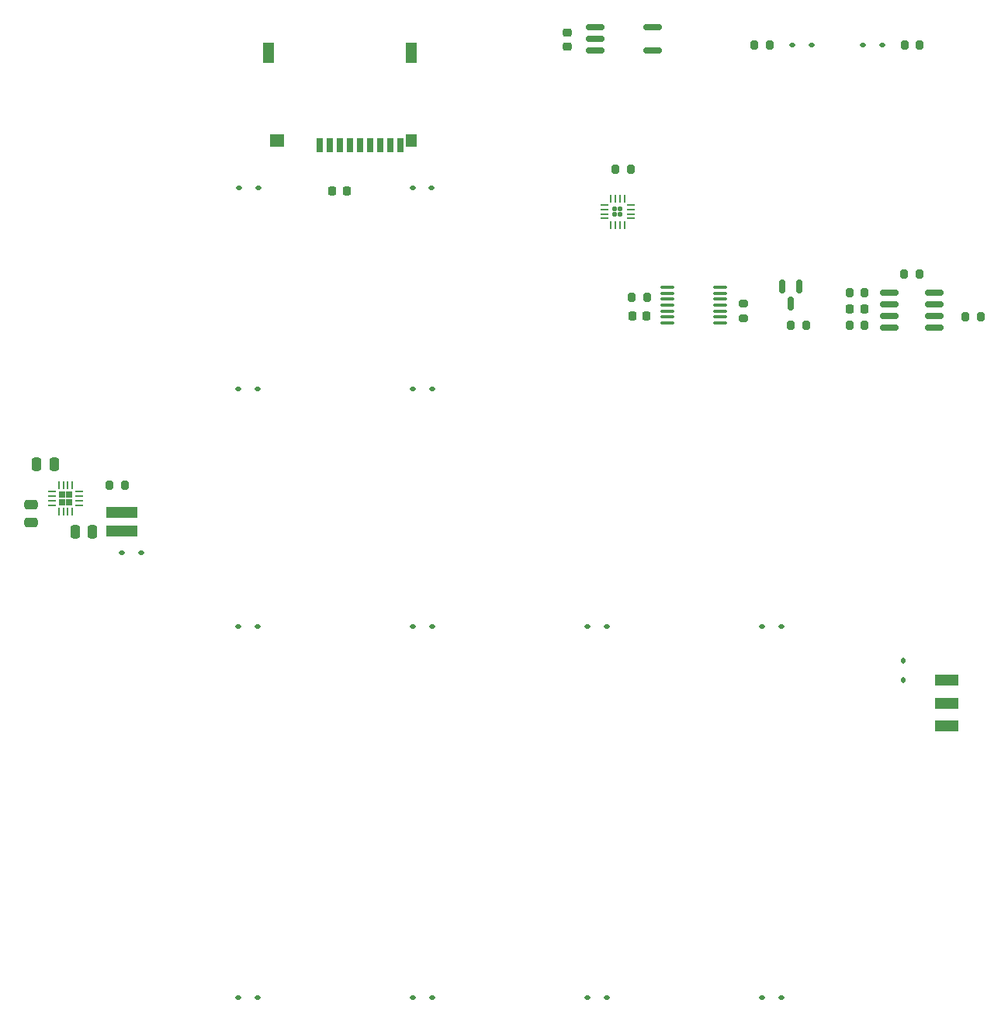
<source format=gbr>
%TF.GenerationSoftware,KiCad,Pcbnew,7.0.2*%
%TF.CreationDate,2023-07-16T23:26:32-06:00*%
%TF.ProjectId,dc31,64633331-2e6b-4696-9361-645f70636258,rev?*%
%TF.SameCoordinates,Original*%
%TF.FileFunction,Paste,Top*%
%TF.FilePolarity,Positive*%
%FSLAX46Y46*%
G04 Gerber Fmt 4.6, Leading zero omitted, Abs format (unit mm)*
G04 Created by KiCad (PCBNEW 7.0.2) date 2023-07-16 23:26:32*
%MOMM*%
%LPD*%
G01*
G04 APERTURE LIST*
G04 Aperture macros list*
%AMRoundRect*
0 Rectangle with rounded corners*
0 $1 Rounding radius*
0 $2 $3 $4 $5 $6 $7 $8 $9 X,Y pos of 4 corners*
0 Add a 4 corners polygon primitive as box body*
4,1,4,$2,$3,$4,$5,$6,$7,$8,$9,$2,$3,0*
0 Add four circle primitives for the rounded corners*
1,1,$1+$1,$2,$3*
1,1,$1+$1,$4,$5*
1,1,$1+$1,$6,$7*
1,1,$1+$1,$8,$9*
0 Add four rect primitives between the rounded corners*
20,1,$1+$1,$2,$3,$4,$5,0*
20,1,$1+$1,$4,$5,$6,$7,0*
20,1,$1+$1,$6,$7,$8,$9,0*
20,1,$1+$1,$8,$9,$2,$3,0*%
G04 Aperture macros list end*
%ADD10R,2.500000X1.250000*%
%ADD11R,0.700000X1.600000*%
%ADD12R,1.200000X1.400000*%
%ADD13R,1.200000X2.200000*%
%ADD14R,1.600000X1.400000*%
%ADD15RoundRect,0.112500X0.187500X0.112500X-0.187500X0.112500X-0.187500X-0.112500X0.187500X-0.112500X0*%
%ADD16RoundRect,0.200000X-0.200000X-0.275000X0.200000X-0.275000X0.200000X0.275000X-0.200000X0.275000X0*%
%ADD17RoundRect,0.250000X-0.250000X-0.475000X0.250000X-0.475000X0.250000X0.475000X-0.250000X0.475000X0*%
%ADD18RoundRect,0.160000X0.840000X0.160000X-0.840000X0.160000X-0.840000X-0.160000X0.840000X-0.160000X0*%
%ADD19RoundRect,0.225000X0.250000X-0.225000X0.250000X0.225000X-0.250000X0.225000X-0.250000X-0.225000X0*%
%ADD20RoundRect,0.200000X0.200000X0.275000X-0.200000X0.275000X-0.200000X-0.275000X0.200000X-0.275000X0*%
%ADD21RoundRect,0.150000X-0.150000X0.587500X-0.150000X-0.587500X0.150000X-0.587500X0.150000X0.587500X0*%
%ADD22RoundRect,0.150000X-0.825000X-0.150000X0.825000X-0.150000X0.825000X0.150000X-0.825000X0.150000X0*%
%ADD23R,3.400000X1.300000*%
%ADD24RoundRect,0.112500X-0.112500X0.187500X-0.112500X-0.187500X0.112500X-0.187500X0.112500X0.187500X0*%
%ADD25RoundRect,0.225000X0.225000X0.250000X-0.225000X0.250000X-0.225000X-0.250000X0.225000X-0.250000X0*%
%ADD26RoundRect,0.182500X0.182500X0.182500X-0.182500X0.182500X-0.182500X-0.182500X0.182500X-0.182500X0*%
%ADD27RoundRect,0.062500X0.350000X0.062500X-0.350000X0.062500X-0.350000X-0.062500X0.350000X-0.062500X0*%
%ADD28RoundRect,0.062500X0.062500X0.350000X-0.062500X0.350000X-0.062500X-0.350000X0.062500X-0.350000X0*%
%ADD29RoundRect,0.200000X-0.275000X0.200000X-0.275000X-0.200000X0.275000X-0.200000X0.275000X0.200000X0*%
%ADD30RoundRect,0.125000X0.125000X0.125000X-0.125000X0.125000X-0.125000X-0.125000X0.125000X-0.125000X0*%
%ADD31RoundRect,0.100000X0.637500X0.100000X-0.637500X0.100000X-0.637500X-0.100000X0.637500X-0.100000X0*%
%ADD32RoundRect,0.250000X-0.475000X0.250000X-0.475000X-0.250000X0.475000X-0.250000X0.475000X0.250000X0*%
%ADD33RoundRect,0.250000X0.250000X0.475000X-0.250000X0.475000X-0.250000X-0.475000X0.250000X-0.475000X0*%
%ADD34RoundRect,0.225000X-0.225000X-0.250000X0.225000X-0.250000X0.225000X0.250000X-0.225000X0.250000X0*%
%ADD35RoundRect,0.112500X-0.187500X-0.112500X0.187500X-0.112500X0.187500X0.112500X-0.187500X0.112500X0*%
G04 APERTURE END LIST*
D10*
%TO.C,SW14*%
X199985000Y-119270000D03*
X199985000Y-116770000D03*
X199985000Y-114270000D03*
%TD*%
D11*
%TO.C,J9*%
X131540000Y-55920000D03*
X132640000Y-55920000D03*
X133740000Y-55920000D03*
X134840000Y-55920000D03*
X135940000Y-55920000D03*
X137040000Y-55920000D03*
X138140000Y-55920000D03*
X139240000Y-55920000D03*
X140340000Y-55920000D03*
D12*
X141490000Y-55420000D03*
D13*
X141490000Y-45820000D03*
D14*
X126890000Y-55420000D03*
D13*
X125990000Y-45820000D03*
%TD*%
D15*
%TO.C,D11*%
X124837500Y-60540000D03*
X122737500Y-60540000D03*
%TD*%
D16*
%TO.C,R11*%
X110275000Y-92990000D03*
X108625000Y-92990000D03*
%TD*%
D17*
%TO.C,C3*%
X100640000Y-90750000D03*
X102540000Y-90750000D03*
%TD*%
D15*
%TO.C,D2*%
X143787500Y-108380000D03*
X141687500Y-108380000D03*
%TD*%
%TO.C,D14*%
X112070000Y-100410000D03*
X109970000Y-100410000D03*
%TD*%
%TO.C,D4*%
X181887500Y-108380000D03*
X179787500Y-108380000D03*
%TD*%
D18*
%TO.C,U5*%
X167870000Y-45590000D03*
X167870000Y-43050000D03*
X161570000Y-43050000D03*
X161570000Y-44320000D03*
X161570000Y-45590000D03*
%TD*%
D19*
%TO.C,C5*%
X158570000Y-45195000D03*
X158570000Y-43645000D03*
%TD*%
D16*
%TO.C,R7*%
X163835000Y-58570000D03*
X165485000Y-58570000D03*
%TD*%
D20*
%TO.C,R2*%
X196975000Y-69980000D03*
X195325000Y-69980000D03*
%TD*%
D21*
%TO.C,Q1*%
X183870000Y-71352500D03*
X181970000Y-71352500D03*
X182920000Y-73227500D03*
%TD*%
D20*
%TO.C,R1*%
X203650000Y-74605000D03*
X202000000Y-74605000D03*
%TD*%
D22*
%TO.C,U2*%
X193660000Y-72050000D03*
X193660000Y-73320000D03*
X193660000Y-74590000D03*
X193660000Y-75860000D03*
X198610000Y-75860000D03*
X198610000Y-74590000D03*
X198610000Y-73320000D03*
X198610000Y-72050000D03*
%TD*%
D15*
%TO.C,D5*%
X124737500Y-148880000D03*
X122637500Y-148880000D03*
%TD*%
D23*
%TO.C,L1*%
X109970000Y-95930000D03*
X109970000Y-98030000D03*
%TD*%
D15*
%TO.C,D10*%
X143810000Y-82540000D03*
X141710000Y-82540000D03*
%TD*%
D24*
%TO.C,D15*%
X195240000Y-112140000D03*
X195240000Y-114240000D03*
%TD*%
D25*
%TO.C,C6*%
X167180000Y-74590000D03*
X165630000Y-74590000D03*
%TD*%
D26*
%TO.C,U6*%
X104230000Y-94857500D03*
X104230000Y-94017500D03*
X103390000Y-94857500D03*
X103390000Y-94017500D03*
D27*
X105272500Y-95187500D03*
X105272500Y-94687500D03*
X105272500Y-94187500D03*
X105272500Y-93687500D03*
D28*
X104560000Y-92975000D03*
X104060000Y-92975000D03*
X103560000Y-92975000D03*
X103060000Y-92975000D03*
D27*
X102347500Y-93687500D03*
X102347500Y-94187500D03*
X102347500Y-94687500D03*
X102347500Y-95187500D03*
D28*
X103060000Y-95900000D03*
X103560000Y-95900000D03*
X104060000Y-95900000D03*
X104560000Y-95900000D03*
%TD*%
D16*
%TO.C,R9*%
X165580000Y-72550000D03*
X167230000Y-72550000D03*
%TD*%
D20*
%TO.C,R4*%
X190985000Y-75585000D03*
X189335000Y-75585000D03*
%TD*%
D16*
%TO.C,R3*%
X189345000Y-71995000D03*
X190995000Y-71995000D03*
%TD*%
D15*
%TO.C,D8*%
X181887500Y-148880000D03*
X179787500Y-148880000D03*
%TD*%
%TO.C,D7*%
X162837500Y-148880000D03*
X160737500Y-148880000D03*
%TD*%
D29*
%TO.C,R8*%
X177770000Y-73195000D03*
X177770000Y-74845000D03*
%TD*%
D30*
%TO.C,U3*%
X164330000Y-63480000D03*
X164330000Y-62860000D03*
X163710000Y-63480000D03*
X163710000Y-62860000D03*
D27*
X165457500Y-63920000D03*
X165457500Y-63420000D03*
X165457500Y-62920000D03*
X165457500Y-62420000D03*
D28*
X164770000Y-61732500D03*
X164270000Y-61732500D03*
X163770000Y-61732500D03*
X163270000Y-61732500D03*
D27*
X162582500Y-62420000D03*
X162582500Y-62920000D03*
X162582500Y-63420000D03*
X162582500Y-63920000D03*
D28*
X163270000Y-64607500D03*
X163770000Y-64607500D03*
X164270000Y-64607500D03*
X164770000Y-64607500D03*
%TD*%
D15*
%TO.C,D1*%
X124737500Y-108380000D03*
X122637500Y-108380000D03*
%TD*%
D31*
%TO.C,U4*%
X175225000Y-75320000D03*
X175225000Y-74670000D03*
X175225000Y-74020000D03*
X175225000Y-73370000D03*
X175225000Y-72720000D03*
X175225000Y-72070000D03*
X175225000Y-71420000D03*
X169500000Y-71420000D03*
X169500000Y-72070000D03*
X169500000Y-72720000D03*
X169500000Y-73370000D03*
X169500000Y-74020000D03*
X169500000Y-74670000D03*
X169500000Y-75320000D03*
%TD*%
D15*
%TO.C,D9*%
X124740000Y-82530000D03*
X122640000Y-82530000D03*
%TD*%
D32*
%TO.C,C2*%
X100000000Y-95160000D03*
X100000000Y-97060000D03*
%TD*%
D15*
%TO.C,D6*%
X143787500Y-148880000D03*
X141687500Y-148880000D03*
%TD*%
%TO.C,D12*%
X143770000Y-60580000D03*
X141670000Y-60580000D03*
%TD*%
%TO.C,D3*%
X162837500Y-108380000D03*
X160737500Y-108380000D03*
%TD*%
D33*
%TO.C,C7*%
X106740000Y-98120000D03*
X104840000Y-98120000D03*
%TD*%
D34*
%TO.C,C4*%
X132930000Y-60910000D03*
X134480000Y-60910000D03*
%TD*%
D16*
%TO.C,R6*%
X182945000Y-75530000D03*
X184595000Y-75530000D03*
%TD*%
D25*
%TO.C,C1*%
X190935000Y-73765000D03*
X189385000Y-73765000D03*
%TD*%
D20*
%TO.C,R5*%
X197015000Y-44980000D03*
X195365000Y-44980000D03*
%TD*%
D16*
%TO.C,R10*%
X178985000Y-44980000D03*
X180635000Y-44980000D03*
%TD*%
D35*
%TO.C,D13*%
X190790000Y-44980000D03*
X192890000Y-44980000D03*
%TD*%
%TO.C,D16*%
X183130000Y-44980000D03*
X185230000Y-44980000D03*
%TD*%
M02*

</source>
